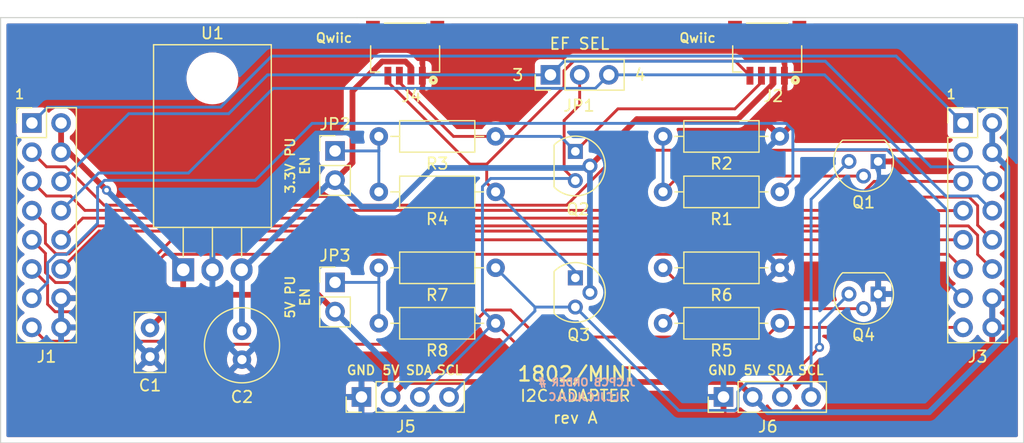
<source format=kicad_pcb>
(kicad_pcb (version 20211014) (generator pcbnew)
  (layers (0 "F.Cu" signal) (31 "B.Cu" signal) (34 "B.Paste" user) (35 "F.Paste" user) (36 "B.SilkS" user "B.Silkscreen") (37 "F.SilkS" user "F.Silkscreen") (38 "B.Mask" user) (39 "F.Mask" user) (44 "Edge.Cuts" user))
  (net 0 "")
  (net 1 "+5V")
  (net 2 "GND")
  (net 3 "+3.3V")
  (net 4 "/BUS0")
  (net 5 "/BUS1")
  (net 6 "/BUS2")
  (net 7 "EF3")
  (net 8 "/BUS3")
  (net 9 "EF4")
  (net 10 "/BUS4")
  (net 11 "SR")
  (net 12 "/BUS5")
  (net 13 "Q")
  (net 14 "/BUS6")
  (net 15 "/BUS7")
  (net 16 "SCL_LO")
  (net 17 "SDA_LO")
  (net 18 "SCL_HI")
  (net 19 "SDA_HI")
  (net 20 "Net-(JP2-Pad1)")
  (net 21 "Net-(JP3-Pad1)")
  (net 22 "Net-(Q1-Pad2)")
  (net 23 "Net-(Q4-Pad2)")
  (footprint "Package_TO_SOT_THT:TO-220-3_Horizontal_TabDown" (layer "F.Cu") (at 119.888 101.94)
    (fp_text reference "U1" (at 2.54 -20.58) (layer "F.SilkS"))
    (fp_text value "LM3940IT-3.3/NOPB")
    (fp_line (start 5.08 -3.69) (end 5.08 -1.15) (layer "F.SilkS") (width 0.12))
    (fp_line (start -2.58 -3.69) (end 7.66 -3.69) (layer "F.SilkS") (width 0.12))
    (fp_line (start 0 -3.69) (end 0 -1.15) (layer "F.SilkS") (width 0.12))
    (fp_line (start 2.54 -3.69) (end 2.54 -1.15) (layer "F.SilkS") (width 0.12))
    (fp_line (start -2.58 -19.58) (end -2.58 -3.69) (layer "F.SilkS") (width 0.12))
    (fp_line (start 7.66 -19.58) (end 7.66 -3.69) (layer "F.SilkS") (width 0.12))
    (fp_line (start -2.58 -19.58) (end 7.66 -19.58) (layer "F.SilkS") (width 0.12))
    (pad "" np_thru_hole oval (at 2.54 -16.66) (size 3.5 3.5) (drill 3.5) (layers *.Cu *.Mask))
    (pad "1" thru_hole rect (at 0 0) (size 1.905 2) (drill 1.1) (layers *.Cu *.Mask) (net 1 "+5V"))
    (pad "2" thru_hole oval (at 2.54 0) (size 1.905 2) (drill 1.1) (layers *.Cu *.Mask) (net 2 "GND"))
    (pad "3" thru_hole oval (at 5.08 0) (size 1.905 2) (drill 1.1) (layers *.Cu *.Mask) (net 3 "+3.3V"))
  )
  (footprint "Qwiic:JST_SM04B-SRSS-TB(LF)(SN)" (layer "F.Cu") (at 170.688 85.058 180)
    (fp_text reference "J2" (at -0.545095 -1.767685) (layer "F.SilkS") (effects (font (size 1.001173 1.001173))))
    (fp_text value "Qwiic")
    (fp_line (start -2.2 0.325) (end -3 0.325) (layer "F.SilkS") (width 0.127))
    (fp_line (start -1.8 4.575) (end 1.8 4.575) (layer "F.SilkS") (width 0.127))
    (fp_line (start -3 0.325) (end -3 2.6) (layer "F.SilkS") (width 0.127))
    (fp_line (start 2.2 0.325) (end 3 0.325) (layer "F.SilkS") (width 0.127))
    (fp_line (start 3 0.325) (end 3 2.6) (layer "F.SilkS") (width 0.127))
    (fp_circle (center -2.45 -0.385) (end -2.35 -0.385) (layer "F.SilkS") (width 0.3) (fill none))
    (pad "1" smd rect (at -1.5 0 180) (size 0.6 1.55) (layers "F.Cu" "F.Paste" "F.Mask") (net 2 "GND"))
    (pad "2" smd rect (at -0.5 0 180) (size 0.6 1.55) (layers "F.Cu" "F.Paste" "F.Mask") (net 3 "+3.3V"))
    (pad "3" smd rect (at 0.5 0 180) (size 0.6 1.55) (layers "F.Cu" "F.Paste" "F.Mask") (net 17 "SDA_LO"))
    (pad "4" smd rect (at 1.5 0 180) (size 0.6 1.55) (layers "F.Cu" "F.Paste" "F.Mask") (net 16 "SCL_LO"))
    (pad "S1" smd rect (at -2.8 3.875) (size 1.2 1.8) (layers "F.Cu" "F.Paste" "F.Mask") (net 2 "GND"))
    (pad "S2" smd rect (at 2.8 3.875) (size 1.2 1.8) (layers "F.Cu" "F.Paste" "F.Mask") (net 2 "GND"))
  )
  (footprint "Resistor_THT:R_Axial_DIN0207_L6.3mm_D2.5mm_P10.16mm_Horizontal" (layer "F.Cu") (at 147.066 95.16 180)
    (fp_text reference "R4" (at 5.08 -2.37) (layer "F.SilkS"))
    (fp_text value "10K")
    (fp_line (start 9.12 0) (end 8.35 0) (layer "F.SilkS") (width 0.12))
    (fp_line (start 1.81 -1.37) (end 1.81 1.37) (layer "F.SilkS") (width 0.12))
    (fp_line (start 1.81 1.37) (end 8.35 1.37) (layer "F.SilkS") (width 0.12))
    (fp_line (start 1.04 0) (end 1.81 0) (layer "F.SilkS") (width 0.12))
    (fp_line (start 8.35 1.37) (end 8.35 -1.37) (layer "F.SilkS") (width 0.12))
    (fp_line (start 8.35 -1.37) (end 1.81 -1.37) (layer "F.SilkS") (width 0.12))
    (pad "1" thru_hole circle (at 0 0 180) (size 1.6 1.6) (drill 0.8) (layers *.Cu *.Mask) (net 16 "SCL_LO"))
    (pad "2" thru_hole oval (at 10.16 0 180) (size 1.6 1.6) (drill 0.8) (layers *.Cu *.Mask) (net 20 "Net-(JP2-Pad1)"))
  )
  (footprint "Connector_PinHeader_2.54mm:PinHeader_1x02_P2.54mm_Vertical" (layer "F.Cu") (at 133.096 103.034)
    (fp_text reference "JP3" (at 0 -2.33) (layer "F.SilkS"))
    (fp_text value "PU_HI")
    (fp_line (start 1.33 1.27) (end 1.33 3.87) (layer "F.SilkS") (width 0.12))
    (fp_line (start -1.33 1.27) (end 1.33 1.27) (layer "F.SilkS") (width 0.12))
    (fp_line (start -1.33 1.27) (end -1.33 3.87) (layer "F.SilkS") (width 0.12))
    (fp_line (start -1.33 -1.33) (end 0 -1.33) (layer "F.SilkS") (width 0.12))
    (fp_line (start -1.33 0) (end -1.33 -1.33) (layer "F.SilkS") (width 0.12))
    (fp_line (start -1.33 3.87) (end 1.33 3.87) (layer "F.SilkS") (width 0.12))
    (pad "1" thru_hole rect (at 0 0) (size 1.7 1.7) (drill 1) (layers *.Cu *.Mask) (net 21 "Net-(JP3-Pad1)"))
    (pad "2" thru_hole oval (at 0 2.54) (size 1.7 1.7) (drill 1) (layers *.Cu *.Mask) (net 1 "+5V"))
  )
  (footprint "Resistor_THT:R_Axial_DIN0207_L6.3mm_D2.5mm_P10.16mm_Horizontal" (layer "F.Cu") (at 171.7887 106.59 180)
    (fp_text reference "R5" (at 5.08 -2.37) (layer "F.SilkS"))
    (fp_text value "1K")
    (fp_line (start 9.12 0) (end 8.35 0) (layer "F.SilkS") (width 0.12))
    (fp_line (start 8.35 1.37) (end 8.35 -1.37) (layer "F.SilkS") (width 0.12))
    (fp_line (start 1.04 0) (end 1.81 0) (layer "F.SilkS") (width 0.12))
    (fp_line (start 8.35 -1.37) (end 1.81 -1.37) (layer "F.SilkS") (width 0.12))
    (fp_line (start 1.81 1.37) (end 8.35 1.37) (layer "F.SilkS") (width 0.12))
    (fp_line (start 1.81 -1.37) (end 1.81 1.37) (layer "F.SilkS") (width 0.12))
    (pad "1" thru_hole circle (at 0 0 180) (size 1.6 1.6) (drill 0.8) (layers *.Cu *.Mask) (net 15 "/BUS7"))
    (pad "2" thru_hole oval (at 10.16 0 180) (size 1.6 1.6) (drill 0.8) (layers *.Cu *.Mask) (net 23 "Net-(Q4-Pad2)"))
  )
  (footprint "Package_TO_SOT_THT:TO-92" (layer "F.Cu") (at 180.34 104.05 180)
    (fp_text reference "Q4" (at 1.27 -3.56) (layer "F.SilkS"))
    (fp_text value "2N3904")
    (fp_line (start -0.53 1.85) (end 3.07 1.85) (layer "F.SilkS") (width 0.12))
    (fp_arc (start -0.568478 1.838478) (mid -1.132087 -0.994977) (end 1.27 -2.6) (layer "F.SilkS") (width 0.12))
    (fp_arc (start 1.27 -2.6) (mid 3.672087 -0.994977) (end 3.108478 1.838478) (layer "F.SilkS") (width 0.12))
    (pad "1" thru_hole rect (at 0 0 180) (size 1.3 1.3) (drill 0.75) (layers *.Cu *.Mask) (net 2 "GND"))
    (pad "2" thru_hole circle (at 1.27 -1.27 180) (size 1.3 1.3) (drill 0.75) (layers *.Cu *.Mask) (net 23 "Net-(Q4-Pad2)"))
    (pad "3" thru_hole circle (at 2.54 0 180) (size 1.3 1.3) (drill 0.75) (layers *.Cu *.Mask) (net 19 "SDA_HI"))
  )
  (footprint "Connector_PinHeader_2.54mm:PinHeader_2x08_P2.54mm_Vertical" (layer "F.Cu") (at 187.725 89.169)
    (fp_text reference "J3" (at 1.27 20.328751) (layer "F.SilkS"))
    (fp_text value "PORT2")
    (fp_line (start -1.33 -1.33) (end 0 -1.33) (layer "F.SilkS") (width 0.12))
    (fp_line (start -1.33 1.27) (end 1.27 1.27) (layer "F.SilkS") (width 0.12))
    (fp_line (start -1.33 19.11) (end 3.87 19.11) (layer "F.SilkS") (width 0.12))
    (fp_line (start -1.33 0) (end -1.33 -1.33) (layer "F.SilkS") (width 0.12))
    (fp_line (start 1.27 1.27) (end 1.27 -1.33) (layer "F.SilkS") (width 0.12))
    (fp_line (start 3.87 -1.33) (end 3.87 19.11) (layer "F.SilkS") (width 0.12))
    (fp_line (start -1.33 1.27) (end -1.33 19.11) (layer "F.SilkS") (width 0.12))
    (fp_line (start 1.27 -1.33) (end 3.87 -1.33) (layer "F.SilkS") (width 0.12))
    (pad "1" thru_hole rect (at 0 0) (size 1.7 1.7) (drill 1) (layers *.Cu *.Mask) (net 4 "/BUS0"))
    (pad "2" thru_hole oval (at 2.54 0) (size 1.7 1.7) (drill 1) (layers *.Cu *.Mask) (net 1 "+5V"))
    (pad "3" thru_hole oval (at 0 2.54) (size 1.7 1.7) (drill 1) (layers *.Cu *.Mask) (net 5 "/BUS1"))
    (pad "4" thru_hole oval (at 2.54 2.54) (size 1.7 1.7) (drill 1) (layers *.Cu *.Mask) (net 1 "+5V"))
    (pad "5" thru_hole oval (at 0 5.08) (size 1.7 1.7) (drill 1) (layers *.Cu *.Mask) (net 6 "/BUS2"))
    (pad "6" thru_hole oval (at 2.54 5.08) (size 1.7 1.7) (drill 1) (layers *.Cu *.Mask) (net 7 "EF3"))
    (pad "7" thru_hole oval (at 0 7.62) (size 1.7 1.7) (drill 1) (layers *.Cu *.Mask) (net 8 "/BUS3"))
    (pad "8" thru_hole oval (at 2.54 7.62) (size 1.7 1.7) (drill 1) (layers *.Cu *.Mask) (net 9 "EF4"))
    (pad "9" thru_hole oval (at 0 10.16) (size 1.7 1.7) (drill 1) (layers *.Cu *.Mask) (net 10 "/BUS4"))
    (pad "10" thru_hole oval (at 2.54 10.16) (size 1.7 1.7) (drill 1) (layers *.Cu *.Mask) (net 11 "SR"))
    (pad "11" thru_hole oval (at 0 12.7) (size 1.7 1.7) (drill 1) (layers *.Cu *.Mask) (net 12 "/BUS5"))
    (pad "12" thru_hole oval (at 2.54 12.7) (size 1.7 1.7) (drill 1) (layers *.Cu *.Mask) (net 13 "Q"))
    (pad "13" thru_hole oval (at 0 15.24) (size 1.7 1.7) (drill 1) (layers *.Cu *.Mask) (net 14 "/BUS6"))
    (pad "14" thru_hole oval (at 2.54 15.24) (size 1.7 1.7) (drill 1) (layers *.Cu *.Mask) (net 2 "GND"))
    (pad "15" thru_hole oval (at 0 17.78) (size 1.7 1.7) (drill 1) (layers *.Cu *.Mask) (net 15 "/BUS7"))
    (pad "16" thru_hole oval (at 2.54 17.78) (size 1.7 1.7) (drill 1) (layers *.Cu *.Mask) (net 2 "GND"))
  )
  (footprint "Connector_PinHeader_2.54mm:PinHeader_1x02_P2.54mm_Vertical" (layer "F.Cu") (at 133.096 91.599)
    (fp_text reference "JP2" (at 0 -2.33) (layer "F.SilkS"))
    (fp_text value "PU_LO")
    (fp_line (start 1.33 1.27) (end 1.33 3.87) (layer "F.SilkS") (width 0.12))
    (fp_line (start -1.33 3.87) (end 1.33 3.87) (layer "F.SilkS") (width 0.12))
    (fp_line (start -1.33 -1.33) (end 0 -1.33) (layer "F.SilkS") (width 0.12))
    (fp_line (start -1.33 1.27) (end -1.33 3.87) (layer "F.SilkS") (width 0.12))
    (fp_line (start -1.33 0) (end -1.33 -1.33) (layer "F.SilkS") (width 0.12))
    (fp_line (start -1.33 1.27) (end 1.33 1.27) (layer "F.SilkS") (width 0.12))
    (pad "1" thru_hole rect (at 0 0) (size 1.7 1.7) (drill 1) (layers *.Cu *.Mask) (net 20 "Net-(JP2-Pad1)"))
    (pad "2" thru_hole oval (at 0 2.54) (size 1.7 1.7) (drill 1) (layers *.Cu *.Mask) (net 3 "+3.3V"))
  )
  (footprint "Resistor_THT:R_Axial_DIN0207_L6.3mm_D2.5mm_P10.16mm_Horizontal" (layer "F.Cu") (at 171.7887 90.334 180)
    (fp_text reference "R2" (at 5.08 -2.37) (layer "F.SilkS"))
    (fp_text value "10K")
    (fp_line (start 1.81 1.37) (end 8.35 1.37) (layer "F.SilkS") (width 0.12))
    (fp_line (start 9.12 0) (end 8.35 0) (layer "F.SilkS") (width 0.12))
    (fp_line (start 8.35 -1.37) (end 1.81 -1.37) (layer "F.SilkS") (width 0.12))
    (fp_line (start 1.04 0) (end 1.81 0) (layer "F.SilkS") (width 0.12))
    (fp_line (start 8.35 1.37) (end 8.35 -1.37) (layer "F.SilkS") (width 0.12))
    (fp_line (start 1.81 -1.37) (end 1.81 1.37) (layer "F.SilkS") (width 0.12))
    (pad "1" thru_hole circle (at 0 0 180) (size 1.6 1.6) (drill 0.8) (layers *.Cu *.Mask) (net 2 "GND"))
    (pad "2" thru_hole oval (at 10.16 0 180) (size 1.6 1.6) (drill 0.8) (layers *.Cu *.Mask) (net 22 "Net-(Q1-Pad2)"))
  )
  (footprint "Resistor_THT:R_Axial_DIN0207_L6.3mm_D2.5mm_P10.16mm_Horizontal" (layer "F.Cu") (at 171.7887 95.16 180)
    (fp_text reference "R1" (at 5.08 -2.37) (layer "F.SilkS"))
    (fp_text value "1K")
    (fp_line (start 1.81 -1.37) (end 1.81 1.37) (layer "F.SilkS") (width 0.12))
    (fp_line (start 8.35 1.37) (end 8.35 -1.37) (layer "F.SilkS") (width 0.12))
    (fp_line (start 9.12 0) (end 8.35 0) (layer "F.SilkS") (width 0.12))
    (fp_line (start 1.81 1.37) (end 8.35 1.37) (layer "F.SilkS") (width 0.12))
    (fp_line (start 1.04 0) (end 1.81 0) (layer "F.SilkS") (width 0.12))
    (fp_line (start 8.35 -1.37) (end 1.81 -1.37) (layer "F.SilkS") (width 0.12))
    (pad "1" thru_hole circle (at 0 0 180) (size 1.6 1.6) (drill 0.8) (layers *.Cu *.Mask) (net 14 "/BUS6"))
    (pad "2" thru_hole oval (at 10.16 0 180) (size 1.6 1.6) (drill 0.8) (layers *.Cu *.Mask) (net 22 "Net-(Q1-Pad2)"))
  )
  (footprint "Capacitor_THT:C_Radial_D6.3mm_H11.0mm_P2.50mm" (layer "F.Cu") (at 125 107.2529 -90)
    (fp_text reference "C2" (at 5.7471 0) (layer "F.SilkS"))
    (fp_text value "47uF")
    (fp_circle (center 1.25 0) (end 4.52 0) (layer "F.SilkS") (width 0.12) (fill none))
    (pad "1" thru_hole circle (at 0 0 270) (size 1.6 1.6) (drill 0.8) (layers *.Cu *.Mask) (net 3 "+3.3V"))
    (pad "2" thru_hole circle (at 2.5 0 270) (size 1.6 1.6) (drill 0.8) (layers *.Cu *.Mask) (net 2 "GND"))
  )
  (footprint "Package_TO_SOT_THT:TO-92" (layer "F.Cu") (at 154 102.64 -90)
    (fp_text reference "Q3" (at 4.965614 -0.293329 -180) (layer "F.SilkS"))
    (fp_text value "TN0702")
    (fp_line (start -0.53 1.85) (end 3.07 1.85) (layer "F.SilkS") (width 0.12))
    (fp_arc (start 1.27 -2.6) (mid 3.672087 -0.994977) (end 3.108478 1.838478) (layer "F.SilkS") (width 0.12))
    (fp_arc (start -0.568478 1.838478) (mid -1.132087 -0.994977) (end 1.27 -2.6) (layer "F.SilkS") (width 0.12))
    (pad "1" thru_hole rect (at 0 0 270) (size 1.3 1.3) (drill 0.75) (layers *.Cu *.Mask) (net 16 "SCL_LO"))
    (pad "2" thru_hole circle (at 1.27 -1.27 270) (size 1.3 1.3) (drill 0.75) (layers *.Cu *.Mask) (net 3 "+3.3V"))
    (pad "3" thru_hole circle (at 2.54 0 270) (size 1.3 1.3) (drill 0.75) (layers *.Cu *.Mask) (net 18 "SCL_HI"))
  )
  (footprint "Resistor_THT:R_Axial_DIN0207_L6.3mm_D2.5mm_P10.16mm_Horizontal" (layer "F.Cu") (at 147.066 101.764 180)
    (fp_text reference "R7" (at 5.08 -2.37) (layer "F.SilkS"))
    (fp_text value "10K")
    (fp_line (start 1.81 1.37) (end 8.35 1.37) (layer "F.SilkS") (width 0.12))
    (fp_line (start 9.12 0) (end 8.35 0) (layer "F.SilkS") (width 0.12))
    (fp_line (start 1.81 -1.37) (end 1.81 1.37) (layer "F.SilkS") (width 0.12))
    (fp_line (start 1.04 0) (end 1.81 0) (layer "F.SilkS") (width 0.12))
    (fp_line (start 8.35 1.37) (end 8.35 -1.37) (layer "F.SilkS") (width 0.12))
    (fp_line (start 8.35 -1.37) (end 1.81 -1.37) (layer "F.SilkS") (width 0.12))
    (pad "1" thru_hole circle (at 0 0 180) (size 1.6 1.6) (drill 0.8) (layers *.Cu *.Mask) (net 18 "SCL_HI"))
    (pad "2" thru_hole oval (at 10.16 0 180) (size 1.6 1.6) (drill 0.8) (layers *.Cu *.Mask) (net 21 "Net-(JP3-Pad1)"))
  )
  (footprint "Connector_PinHeader_2.54mm:PinHeader_1x04_P2.54mm_Vertical" (layer "F.Cu") (at 135.392 113 90)
    (fp_text reference "J5" (at -2.58029 3.863995 180) (layer "F.SilkS"))
    (fp_text value "I2C_5V")
    (fp_line (start -1.33 1.27) (end -1.33 8.95) (layer "F.SilkS") (width 0.12))
    (fp_line (start -1.33 8.95) (end 1.33 8.95) (layer "F.SilkS") (width 0.12))
    (fp_line (start 1.33 1.27) (end 1.33 8.95) (layer "F.SilkS") (width 0.12))
    (fp_line (start -1.33 -1.33) (end 0 -1.33) (layer "F.SilkS") (width 0.12))
    (fp_line (start -1.33 1.27) (end 1.33 1.27) (layer "F.SilkS") (width 0.12))
    (fp_line (start -1.33 0) (end -1.33 -1.33) (layer "F.SilkS") (width 0.12))
    (pad "1" thru_hole rect (at 0 0 90) (size 1.7 1.7) (drill 1) (layers *.Cu *.Mask) (net 2 "GND"))
    (pad "2" thru_hole oval (at 0 2.54 90) (size 1.7 1.7) (drill 1) (layers *.Cu *.Mask) (net 1 "+5V"))
    (pad "3" thru_hole oval (at 0 5.08 90) (size 1.7 1.7) (drill 1) (layers *.Cu *.Mask) (net 19 "SDA_HI"))
    (pad "4" thru_hole oval (at 0 7.62 90) (size 1.7 1.7) (drill 1) (layers *.Cu *.Mask) (net 18 "SCL_HI"))
  )
  (footprint "Connector_PinHeader_2.54mm:PinHeader_2x08_P2.54mm_Vertical" (layer "F.Cu") (at 106.725 89.169)
    (fp_text reference "J1" (at 1.27 20.328751) (layer "F.SilkS"))
    (fp_text value "PORT1")
    (fp_line (start 1.27 -1.33) (end 3.87 -1.33) (layer "F.SilkS") (width 0.12))
    (fp_line (start -1.33 1.27) (end 1.27 1.27) (layer "F.SilkS") (width 0.12))
    (fp_line (start -1.33 -1.33) (end 0 -1.33) (layer "F.SilkS") (width 0.12))
    (fp_line (start 3.87 -1.33) (end 3.87 19.11) (layer "F.SilkS") (width 0.12))
    (fp_line (start -1.33 0) (end -1.33 -1.33) (layer "F.SilkS") (width 0.12))
    (fp_line (start -1.33 19.11) (end 3.87 19.11) (layer "F.SilkS") (width 0.12))
    (fp_line (start -1.33 1.27) (end -1.33 19.11) (layer "F.SilkS") (width 0.12))
    (fp_line (start 1.27 1.27) (end 1.27 -1.33) (layer "F.SilkS") (width 0.12))
    (pad "1" thru_hole rect (at 0 0) (size 1.7 1.7) (drill 1) (layers *.Cu *.Mask) (net 4 "/BUS0"))
    (pad "2" thru_hole oval (at 2.54 0) (size 1.7 1.7) (drill 1) (layers *.Cu *.Mask) (net 1 "+5V"))
    (pad "3" thru_hole oval (at 0 2.54) (size 1.7 1.7) (drill 1) (layers *.Cu *.Mask) (net 5 "/BUS1"))
    (pad "4" thru_hole oval (at 2.54 2.54) (size 1.7 1.7) (drill 1) (layers *.Cu *.Mask) (net 1 "+5V"))
    (pad "5" thru_hole oval (at 0 5.08) (size 1.7 1.7) (drill 1) (layers *.Cu *.Mask) (net 6 "/BUS2"))
    (pad "6" thru_hole oval (at 2.54 5.08) (size 1.7 1.7) (drill 1) (layers *.Cu *.Mask) (net 7 "EF3"))
    (pad "7" thru_hole oval (at 0 7.62) (size 1.7 1.7) (drill 1) (layers *.Cu *.Mask) (net 8 "/BUS3"))
    (pad "8" thru_hole oval (at 2.54 7.62) (size 1.7 1.7) (drill 1) (layers *.Cu *.Mask) (net 9 "EF4"))
    (pad "9" thru_hole oval (at 0 10.16) (size 1.7 1.7) (drill 1) (layers *.Cu *.Mask) (net 10 "/BUS4"))
    (pad "10" thru_hole oval (at 2.54 10.16) (size 1.7 1.7) (drill 1) (layers *.Cu *.Mask) (net 11 "SR"))
    (pad "11" thru_hole oval (at 0 12.7) (size 1.7 1.7) (drill 1) (layers *.Cu *.Mask) (net 12 "/BUS5"))
    (pad "12" thru_hole oval (at 2.54 12.7) (size 1.7 1.7) (drill 1) (layers *.Cu *.Mask) (net 13 "Q"))
    (pad "13" thru_hole oval (at 0 15.24) (size 1.7 1.7) (drill 1) (layers *.Cu *.Mask) (net 14 "/BUS6"))
    (pad "14" thru_hole oval (at 2.54 15.24) (size 1.7 1.7) (drill 1) (layers *.Cu *.Mask) (net 2 "GND"))
    (pad "15" thru_hole oval (at 0 17.78) (size 1.7 1.7) (drill 1) (layers *.Cu *.Mask) (net 15 "/BUS7"))
    (pad "16" thru_hole oval (at 2.54 17.78) (size 1.7 1.7) (drill 1) (layers *.Cu *.Mask) (net 2 "GND"))
  )
  (footprint "Capacitor_THT:C_Disc_D5.0mm_W2.5mm_P2.50mm" (layer "F.Cu") (at 117 107 -90)
    (fp_text reference "C1" (at 5 0) (layer "F.SilkS"))
    (fp_text value "0.47uF")
    (fp_line (start 3.87 -1.37) (end 3.87 1.37) (layer "F.SilkS") (width 0.12))
    (fp_line (start -1.37 1.37) (end 3.87 1.37) (layer "F.SilkS") (width 0.12))
    (fp_line (start -1.37 -1.37) (end 3.87 -1.37) (layer "F.SilkS") (width 0.12))
    (fp_line (start -1.37 -1.37) (end -1.37 1.37) (layer "F.SilkS") (width 0.12))
    (pad "1" thru_hole circle (at 0 0 270) (size 1.6 1.6) (drill 0.8) (layers *.Cu *.Mask) (net 1 "+5V"))
    (pad "2" thru_hole circle (at 2.5 0 270) (size 1.6 1.6) (drill 0.8) (layers *.Cu *.Mask) (net 2 "GND"))
  )
  (footprint "Resistor_THT:R_Axial_DIN0207_L6.3mm_D2.5mm_P10.16mm_Horizontal" (layer "F.Cu") (at 171.7887 101.764 180)
    (fp_text reference "R6" (at 5.08 -2.37) (layer "F.SilkS"))
    (fp_text value "10K")
    (fp_line (start 1.04 0) (end 1.81 0) (layer "F.SilkS") (width 0.12))
    (fp_line (start 1.81 -1.37) (end 1.81 1.37) (layer "F.SilkS") (width 0.12))
    (fp_line (start 8.35 1.37) (end 8.35 -1.37) (layer "F.SilkS") (width 0.12))
    (fp_line (start 9.12 0) (end 8.35 0) (layer "F.SilkS") (width 0.12))
    (fp_line (start 8.35 -1.37) (end 1.81 -1.37) (layer "F.SilkS") (width 0.12))
    (fp_line (start 1.81 1.37) (end 8.35 1.37) (layer "F.SilkS") (width 0.12))
    (pad "1" thru_hole circle (at 0 0 180) (size 1.6 1.6) (drill 0.8) (layers *.Cu *.Mask) (net 2 "GND"))
    (pad "2" thru_hole oval (at 10.16 0 180) (size 1.6 1.6) (drill 0.8) (layers *.Cu *.Mask) (net 23 "Net-(Q4-Pad2)"))
  )
  (footprint "Connector_PinHeader_2.54mm:PinHeader_1x04_P2.54mm_Vertical" (layer "F.Cu") (at 166.888 113 90)
    (fp_text reference "J6" (at -2.58029 3.854213 180) (layer "F.SilkS"))
    (fp_text value "I2C_5V")
    (fp_line (start -1.33 1.27) (end 1.33 1.27) (layer "F.SilkS") (width 0.12))
    (fp_line (start 1.33 1.27) (end 1.33 8.95) (layer "F.SilkS") (width 0.12))
    (fp_line (start -1.33 -1.33) (end 0 -1.33) (layer "F.SilkS") (width 0.12))
    (fp_line (start -1.33 1.27) (end -1.33 8.95) (layer "F.SilkS") (width 0.12))
    (fp_line (start -1.33 8.95) (end 1.33 8.95) (layer "F.SilkS") (width 0.12))
    (fp_line (start -1.33 0) (end -1.33 -1.33) (layer "F.SilkS") (width 0.12))
    (pad "1" thru_hole rect (at 0 0 90) (size 1.7 1.7) (drill 1) (layers *.Cu *.Mask) (net 2 "GND"))
    (pad "2" thru_hole oval (at 0 2.54 90) (size 1.7 1.7) (drill 1) (layers *.Cu *.Mask) (net 1 "+5V"))
    (pad "3" thru_hole oval (at 0 5.08 90) (size 1.7 1.7) (drill 1) (layers *.Cu *.Mask) (net 19 "SDA_HI"))
    (pad "4" thru_hole oval (at 0 7.62 90) (size 1.7 1.7) (drill 1) (layers *.Cu *.Mask) (net 18 "SCL_HI"))
  )
  (footprint "Resistor_THT:R_Axial_DIN0207_L6.3mm_D2.5mm_P10.16mm_Horizontal" (layer "F.Cu") (at 147.066 106.59 180)
    (fp_text reference "R8" (at 5.08 -2.37) (layer "F.SilkS"))
    (fp_text value "10K")
    (fp_line (start 1.81 -1.37) (end 1.81 1.37) (layer "F.SilkS") (width 0.12))
    (fp_line (start 8.35 1.37) (end 8.35 -1.37) (layer "F.SilkS") (width 0.12))
    (fp_line (start 8.35 -1.37) (end 1.81 -1.37) (layer "F.SilkS") (width 0.12))
    (fp_line (start 1.04 0) (end 1.81 0) (layer "F.SilkS") (width 0.12))
    (fp_line (start 9.12 0) (end 8.35 0) (layer "F.SilkS") (width 0.12))
    (fp_line (start 1.81 1.37) (end 8.35 1.37) (layer "F.SilkS") (width 0.12))
    (pad "1" thru_hole circle (at 0 0 180) (size 1.6 1.6) (drill 0.8) (layers *.Cu *.Mask) (net 19 "SDA_HI"))
    (pad "2" thru_hole oval (at 10.16 0 180) (size 1.6 1.6) (drill 0.8) (layers *.Cu *.Mask) (net 21 "Net-(JP3-Pad1)"))
  )
  (footprint "Qwiic:JST_SM04B-SRSS-TB(LF)(SN)" (layer "F.Cu") (at 139.192 85.058 180)
    (fp_text reference "J4" (at -0.545095 -1.767685) (layer "F.SilkS") (effects (font (size 1.001173 1.001173))))
    (fp_text value "Qwiic")
    (fp_line (start 3 0.325) (end 3 2.6) (layer "F.SilkS") (width 0.127))
    (fp_line (start -2.2 0.325) (end -3 0.325) (layer "F.SilkS") (width 0.127))
    (fp_line (start -3 0.325) (end -3 2.6) (layer "F.SilkS") (width 0.127))
    (fp_line (start -1.8 4.575) (end 1.8 4.575) (layer "F.SilkS") (width 0.127))
    (fp_line (start 2.2 0.325) (end 3 0.325) (layer "F.SilkS") (width 0.127))
    (fp_circle (center -2.45 -0.385) (end -2.35 -0.385) (layer "F.SilkS") (width 0.3) (fill none))
    (pad "1" smd rect (at -1.5 0 180) (size 0.6 1.55) (layers "F.Cu" "F.Paste" "F.Mask") (net 2 "GND"))
    (pad "2" smd rect (at -0.5 0 180) (size 0.6 1.55) (layers "F.Cu" "F.Paste" "F.Mask") (net 3 "+3.3V"))
    (pad "3" smd rect (at 0.5 0 180) (size 0.6 1.55) (layers "F.Cu" "F.Paste" "F.Mask") (net 17 "SDA_LO"))
    (pad "4" smd rect (at 1.5 0 180) (size 0.6 1.55) (layers "F.Cu" "F.Paste" "F.Mask") (net 16 "SCL_LO"))
    (pad "S1" smd rect (at -2.8 3.875) (size 1.2 1.8) (layers "F.Cu" "F.Paste" "F.Mask") (net 2 "GND"))
    (pad "S2" smd rect (at 2.8 3.875) (size 1.2 1.8) (layers "F.Cu" "F.Paste" "F.Mask") (net 2 "GND"))
  )
  (footprint "Connector_PinHeader_2.54mm:PinHeader_1x03_P2.54mm_Vertical" (layer "F.Cu") (at 151.835 84.9797 90)
    (fp_text reference "JP1" (at -2.683787 2.482232) (layer "F.SilkS"))
    (fp_text value "EF LINE")
    (fp_line (start 1.33 1.27) (end 1.33 6.41) (layer "F.SilkS") (width 0.12))
    (fp_line (start -1.33 1.27) (end -1.33 6.41) (layer "F.SilkS") (width 0.12))
    (fp_line (start -1.33 6.41) (end 1.33 6.41) (layer "F.SilkS") (width 0.12))
    (fp_line (start -1.33 0) (end -1.33 -1.33) (layer "F.SilkS") (width 0.12))
    (fp_line (start -1.33 1.27) (end 1.33 1.27) (layer "F.SilkS") (width 0.12))
    (fp_line (start -1.33 -1.33) (end 0 -1.33) (layer "F.SilkS") (width 0.12))
    (pad "1" thru_hole rect (at 0 0 90) (size 1.7 1.7) (drill 1) (layers *.Cu *.Mask) (net 7 "EF3"))
    (pad "2" thru_hole oval (at 0 2.54 90) (size 1.7 1.7) (drill 1) (layers *.Cu *.Mask) (net 19 "SDA_HI"))
    (pad "3" thru_hole oval (at 0 5.08 90) (size 1.7 1.7) (drill 1) (layers *.Cu *.Mask) (net 9 "EF4"))
  )
  (footprint "Package_TO_SOT_THT:TO-92" (layer "F.Cu") (at 154 91.64 -90)
    (fp_text reference "Q2" (at 5.034809 -0.224581 -180) (layer "F.SilkS"))
    (fp_text value "TN0702")
    (fp_line (start -0.53 1.85) (end 3.07 1.85) (layer "F.SilkS") (width 0.12))
    (fp_arc (start -0.568478 1.838478) (mid -1.132087 -0.994977) (end 1.27 -2.6) (layer "F.SilkS") (width 0.12))
    (fp_arc (start 1.27 -2.6) (mid 3.672087 -0.994977) (end 3.108478 1.838478) (layer "F.SilkS") (width 0.12))
    (pad "1" thru_hole rect (at 0 0 270) (size 1.3 1.3) (drill 0.75) (layers *.Cu *.Mask) (net 17 "SDA_LO"))
    (pad "2" thru_hole circle (at 1.27 -1.27 270) (size 1.3 1.3) (drill 0.75) (layers *.Cu *.Mask) (net 3 "+3.3V"))
    (pad "3" thru_hole circle (at 2.54 0 270) (size 1.3 1.3) (drill 0.75) (layers *.Cu *.Mask) (net 19 "SDA_HI"))
  )
  (footprint "Resistor_THT:R_Axial_DIN0207_L6.3mm_D2.5mm_P10.16mm_Horizontal" (layer "F.Cu") (at 147.066 90.334 180)
    (fp_text reference "R3" (at 5.08 -2.37) (layer "F.SilkS"))
    (fp_text value "10K")
    (fp_line (start 8.35 1.37) (end 8.35 -1.37) (layer "F.SilkS") (width 0.12))
    (fp_line (start 1.81 1.37) (end 8.35 1.37) (layer "F.SilkS") (width 0.12))
    (fp_line (start 1.81 -1.37) (end 1.81 1.37) (layer "F.SilkS") (width 0.12))
    (fp_line (start 9.12 0) (end 8.35 0) (layer "F.SilkS") (width 0.12))
    (fp_line (start 8.35 -1.37) (end 1.81 -1.37) (layer "F.SilkS") (width 0.12))
    (fp_line (start 1.04 0) (end 1.81 0) (layer "F.SilkS") (width 0.12))
    (pad "1" thru_hole circle (at 0 0 180) (size 1.6 1.6) (drill 0.8) (layers *.Cu *.Mask) (net 17 "SDA_LO"))
    (pad "2" thru_hole oval (at 10.16 0 180) (size 1.6 1.6) (drill 0.8) (layers *.Cu *.Mask) (net 20 "Net-(JP2-Pad1)"))
  )
  (footprint "Package_TO_SOT_THT:TO-92" (layer "F.Cu") (at 180.34 92.514 180)
    (fp_text reference "Q1" (at 1.27 -3.56) (layer "F.SilkS"))
    (fp_text value "2N3904")
    (fp_line (start -0.53 1.85) (end 3.07 1.85) (layer "F.SilkS") (width 0.12))
    (fp_arc (start -0.568478 1.838478) (mid -1.132087 -0.994977) (end 1.27 -2.6) (layer "F.SilkS") (width 0.12))
    (fp_arc (start 1.27 -2.6) (mid 3.672087 -0.994977) (end 3.108478 1.838478) (layer "F.SilkS") (width 0.12))
    (pad "1" thru_hole rect (at 0 0 180) (size 1.3 1.3) (drill 0.75) (layers *.Cu *.Mask) (net 2 "GND"))
    (pad "2" thru_hole circle (at 1.27 -1.27 180) (size 1.3 1.3) (drill 0.75) (layers *.Cu *.Mask) (net 22 "Net-(Q1-Pad2)"))
    (pad "3" thru_hole circle (at 2.54 0 180) (size 1.3 1.3) (drill 0.75) (layers *.Cu *.Mask) (net 18 "SCL_HI"))
  )
  (gr_line (start 104 117) (end 104 80) (layer "Edge.Cuts") (width 0.1))
  (gr_line (start 135 80) (end 193 80) (layer "Edge.Cuts") (width 0.1))
  (gr_line (start 104 80) (end 135 80) (layer "Edge.Cuts") (width 0.1))
  (gr_line (start 193 80) (end 193 117) (layer "Edge.Cuts") (width 0.1))
  (gr_line (start 193 117) (end 104 117) (layer "Edge.Cuts") (width 0.1))
  (gr_text "JLCJLCJLCJLC" (at 155 113) (layer "B.SilkS") (effects (font (size 0.64516 0.64516)) (justify mirror)))
  (gr_text "JLCPCB ORDER #" (at 155 111.73) (layer "B.SilkS") (effects (font (size 0.64516 0.64516)) (justify mirror)))
  (gr_text "1" (at 186.7 86.67) (layer "F.SilkS") (effects (font (size 0.8 0.8))))
  (gr_text "GND" (at 166.78175 110.675257) (layer "F.SilkS") (effects (font (size 0.8 0.8))))
  (gr_text "GND" (at 135.355744 110.675257) (layer "F.SilkS") (effects (font (size 0.8 0.8))))
  (gr_text "Qwiic" (at 133 81.771527) (layer "F.SilkS") (effects (font (size 0.8 0.8))))
  (gr_text "5V PU\nEN" (at 129.837628 104.309 90) (layer "F.SilkS") (effects (font (size 0.8 0.8))))
  (gr_text "SCL" (at 174.481437 110.675257) (layer "F.SilkS") (effects (font (size 0.8 0.8))))
  (gr_text "I2C ADAPTER" (at 154 112.905) (layer "F.SilkS") (effects (font (size 1 1))))
  (gr_text "SCL" (at 143.055431 110.675257) (layer "F.SilkS") (effects (font (size 0.8 0.8))))
  (gr_text "3.3V PU\nEN" (at 129.837628 92.874001 90) (layer "F.SilkS") (effects (font (size 0.8 0.8))))
  (gr_text "1" (at 105.66 86.67) (layer "F.SilkS") (effects (font (size 0.8 0.8))))
  (gr_text "SDA" (at 171.823212 110.675257) (layer "F.SilkS") (effects (font (size 0.8 0.8))))
  (gr_text "5V" (at 169.378867 110.675257) (layer "F.SilkS") (effects (font (size 0.8 0.8))))
  (gr_text "5V" (at 137.952861 110.675257) (layer "F.SilkS") (effects (font (size 0.8 0.8))))
  (gr_text "3" (at 149 85) (layer "F.SilkS") (effects (font (size 1 1))))
  (gr_text "Qwiic" (at 164.627672 81.771527) (layer "F.SilkS") (effects (font (size 0.8 0.8))))
  (gr_text "1802/MINI" (at 154 111) (layer "F.SilkS") (effects (font (size 1.254 1.254) (thickness 0.2))))
  (gr_text "EF SEL" (at 154.36 82.275673) (layer "F.SilkS") (effects (font (size 1 1))))
  (gr_text "SDA" (at 140.397206 110.675257) (layer "F.SilkS") (effects (font (size 0.8 0.8))))
  (gr_text "rev A" (at 154 114.81) (layer "F.SilkS") (effects (font (size 1 1))))
  (gr_text "4" (at 159.632042 84.97973) (layer "F.SilkS") (effects (font (size 1 1))))
  (segment (start 139.2324 111.6996) (end 168.1276 111.6996) (width 0.5) (layer "F.Cu") (net 1))
  (segment (start 109.9165 91.709) (end 109.265 91.709) (width 0.5) (layer "F.Cu") (net 1))
  (segment (start 131.634 104.112) (end 133.096 105.574) (width 0.5) (layer "F.Cu") (net 1))
  (segment (start 109.265 91.709) (end 109.265 89.169) (width 0.5) (layer "F.Cu") (net 1))
  (segment (start 168.1276 111.6996) (end 169.428 113) (width 0.5) (layer "F.Cu") (net 1))
  (segment (start 137.932 113) (end 139.2324 111.6996) (width 0.5) (layer "F.Cu") (net 1))
  (segment (start 113.2183 95.0108) (end 109.9165 91.709) (width 0.5) (layer "F.Cu") (net 1))
  (segment (start 119.888 104.112) (end 131.634 104.112) (width 0.5) (layer "F.Cu") (net 1))
  (segment (start 119.888 104.112) (end 119.888 101.94) (width 0.5) (layer "F.Cu") (net 1))
  (segment (start 117 107) (end 119.888 104.112) (width 0.5) (layer "F.Cu") (net 1))
  (via (at 113.2183 95.0108) (size 0.8) (drill 0.4) (layers "F.Cu" "B.Cu") (net 1))
  (segment (start 137.932 110.41) (end 133.096 105.574) (width 0.5) (layer "B.Cu") (net 1))
  (segment (start 184.774 114.3273) (end 170.7553 114.3273) (width 0.5) (layer "B.Cu") (net 1))
  (segment (start 191.5761 93.0201) (end 191.5761 107.5252) (width 0.5) (layer "B.Cu") (net 1))
  (segment (start 190.265 91.709) (end 191.5761 93.0201) (width 0.5) (layer "B.Cu") (net 1))
  (segment (start 119.888 101.94) (end 119.888 101.6805) (width 0.5) (layer "B.Cu") (net 1))
  (segment (start 190.265 91.709) (end 190.265 89.169) (width 0.5) (layer "B.Cu") (net 1))
  (segment (start 119.888 101.6805) (end 113.2183 95.0108) (width 0.5) (layer "B.Cu") (net 1))
  (segment (start 137.932 113) (end 137.932 110.41) (width 0.5) (layer "B.Cu") (net 1))
  (segment (start 191.5761 107.5252) (end 184.774 114.3273) (width 0.5) (layer "B.Cu") (net 1))
  (segment (start 170.7553 114.3273) (end 169.428 113) (width 0.5) (layer "B.Cu") (net 1))
  (segment (start 134.6136 92.6214) (end 133.096 94.139) (width 0.5) (layer "F.Cu") (net 3))
  (segment (start 137.1929 83.8239) (end 134.6136 86.4032) (width 0.5) (layer "F.Cu") (net 3))
  (segment (start 139.692 84.2921) (end 139.2238 83.8239) (width 0.5) (layer "F.Cu") (net 3))
  (segment (start 134.6136 86.4032) (end 134.6136 92.6214) (width 0.5) (layer "F.Cu") (net 3))
  (segment (start 168.1348 88.834) (end 171.188 85.7808) (width 0.5) (layer "F.Cu") (net 3))
  (segment (start 139.2238 83.8239) (end 137.1929 83.8239) (width 0.5) (layer "F.Cu") (net 3))
  (segment (start 139.692 85.058) (end 139.692 84.2921) (width 0.5) (layer "F.Cu") (net 3))
  (segment (start 159.346 88.834) (end 168.1348 88.834) (width 0.5) (layer "F.Cu") (net 3))
  (segment (start 171.188 85.7808) (end 171.188 85.058) (width 0.5) (layer "F.Cu") (net 3))
  (segment (start 155.27 92.91) (end 159.346 88.834) (width 0.5) (layer "F.Cu") (net 3))
  (segment (start 155.27 93.0796) (end 141.5642 93.0796) (width 0.5) (layer "B.Cu") (net 3))
  (segment (start 135.4102 96.4532) (end 133.096 94.139) (width 0.5) (layer "B.Cu") (net 3))
  (segment (start 155.27 93.0796) (end 155.27 92.91) (width 0.5) (layer "B.Cu") (net 3))
  (segment (start 125 101.94) (end 124.968 101.94) (width 0.5) (layer "B.Cu") (net 3))
  (segment (start 141.5642 93.0796) (end 138.1906 96.4532) (width 0.5) (layer "B.Cu") (net 3))
  (segment (start 132.801 94.139) (end 125 101.94) (width 0.5) (layer "B.Cu") (net 3))
  (segment (start 138.1906 96.4532) (end 135.4102 96.4532) (width 0.5) (layer "B.Cu") (net 3))
  (segment (start 133.096 94.139) (end 132.801 94.139) (width 0.5) (layer "B.Cu") (net 3))
  (segment (start 155.27 103.91) (end 155.27 93.0796) (width 0.5) (layer "B.Cu") (net 3))
  (segment (start 125 101.94) (end 125 107.2529) (width 0.5) (layer "B.Cu") (net 3))
  (segment (start 123.138 87.7915) (end 127.5811 83.3484) (width 0.25) (layer "B.Cu") (net 4))
  (segment (start 106.725 89.169) (end 108.1025 87.7915) (width 0.25) (layer "B.Cu") (net 4))
  (segment (start 127.5811 83.3484) (end 181.9044 83.3484) (width 0.25) (layer "B.Cu") (net 4))
  (segment (start 108.1025 87.7915) (end 123.138 87.7915) (width 0.25) (layer "B.Cu") (net 4))
  (segment (start 181.9044 83.3484) (end 187.725 89.169) (width 0.25) (layer "B.Cu") (net 4))
  (segment (start 153.2403 96.3192) (end 158.0209 91.5386) (width 0.25) (layer "F.Cu") (net 5))
  (segment (start 113.0054 96.3192) (end 153.2403 96.3192) (width 0.25) (layer "F.Cu") (net 5))
  (segment (start 158.0209 91.5386) (end 187.5546 91.5386) (width 0.25) (layer "F.Cu") (net 5))
  (segment (start 107.995 92.979) (end 109.6652 92.979) (width 0.25) (layer "F.Cu") (net 5))
  (segment (start 187.5546 91.5386) (end 187.725 91.709) (width 0.25) (layer "F.Cu") (net 5))
  (segment (start 106.725 91.709) (end 107.995 92.979) (width 0.25) (layer "F.Cu") (net 5))
  (segment (start 109.6652 92.979) (end 113.0054 96.3192) (width 0.25) (layer "F.Cu") (net 5))
  (segment (start 107.995 95.519) (end 106.725 94.249) (width 0.25) (layer "F.Cu") (net 6))
  (segment (start 111.3327 96.7696) (end 110.0821 95.519) (width 0.25) (layer "F.Cu") (net 6))
  (segment (start 179.9845 94.249) (end 177.4639 96.7696) (width 0.25) (layer "F.Cu") (net 6))
  (segment (start 187.725 94.249) (end 179.9845 94.249) (width 0.25) (layer "F.Cu") (net 6))
  (segment (start 110.0821 95.519) (end 107.995 95.519) (width 0.25) (layer "F.Cu") (net 6))
  (segment (start 177.4639 96.7696) (end 111.3327 96.7696) (width 0.25) (layer "F.Cu") (net 6))
  (segment (start 123.8437 88.3595) (end 127.2235 84.9797) (width 0.25) (layer "B.Cu") (net 7))
  (segment (start 127.2235 84.9797) (end 151.835 84.9797) (width 0.25) (layer "B.Cu") (net 7))
  (segment (start 151.835 84.9797) (end 153.0159 83.7988) (width 0.25) (layer "B.Cu") (net 7))
  (segment (start 175.7449 83.7988) (end 184.9251 92.979) (width 0.25) (layer "B.Cu") (net 7))
  (segment (start 109.265 94.249) (end 115.1545 88.3595) (width 0.25) (layer "B.Cu") (net 7))
  (segment (start 153.0159 83.7988) (end 175.7449 83.7988) (width 0.25) (layer "B.Cu") (net 7))
  (segment (start 115.1545 88.3595) (end 123.8437 88.3595) (width 0.25) (layer "B.Cu") (net 7))
  (segment (start 188.995 92.979) (end 190.265 94.249) (width 0.25) (layer "B.Cu") (net 7))
  (segment (start 184.9251 92.979) (end 188.995 92.979) (width 0.25) (layer "B.Cu") (net 7))
  (segment (start 109.9528 100.5443) (end 112.3766 98.1205) (width 0.25) (layer "F.Cu") (net 8))
  (segment (start 108.8109 100.5443) (end 109.9528 100.5443) (width 0.25) (layer "F.Cu") (net 8))
  (segment (start 179.646 96.789) (end 187.725 96.789) (width 0.25) (layer "F.Cu") (net 8))
  (segment (start 107.9004 99.6338) (end 108.8109 100.5443) (width 0.25) (layer "F.Cu") (net 8))
  (segment (start 106.725 96.789) (end 107.9004 97.9644) (width 0.25) (layer "F.Cu") (net 8))
  (segment (start 112.3766 98.1205) (end 178.3145 98.1205) (width 0.25) (layer "F.Cu") (net 8))
  (segment (start 178.3145 98.1205) (end 179.646 96.789) (width 0.25) (layer "F.Cu") (net 8))
  (segment (start 107.9004 97.9644) (end 107.9004 99.6338) (width 0.25) (layer "F.Cu") (net 8))
  (segment (start 175.6825 84.9797) (end 156.915 84.9797) (width 0.25) (layer "B.Cu") (net 9))
  (segment (start 156.915 84.9797) (end 155.7396 86.1551) (width 0.25) (layer "B.Cu") (net 9))
  (segment (start 190.265 96.789) (end 188.995 95.519) (width 0.25) (layer "B.Cu") (net 9))
  (segment (start 127.7095 86.1551) (end 120.3445 93.5201) (width 0.25) (layer "B.Cu") (net 9))
  (segment (start 155.7396 86.1551) (end 127.7095 86.1551) (width 0.25) (layer "B.Cu") (net 9))
  (segment (start 186.2218 95.519) (end 175.6825 84.9797) (width 0.25) (layer "B.Cu") (net 9))
  (segment (start 112.5339 93.5201) (end 109.265 96.789) (width 0.25) (layer "B.Cu") (net 9))
  (segment (start 188.995 95.519) (end 186.2218 95.519) (width 0.25) (layer "B.Cu") (net 9))
  (segment (start 120.3445 93.5201) (end 112.5339 93.5201) (width 0.25) (layer "B.Cu") (net 9))
  (segment (start 107.9016 102.178) (end 108.7692 103.0456) (width 0.25) (layer "F.Cu") (net 10))
  (segment (start 118.8977 99.329) (end 187.725 99.329) (width 0.25) (layer "F.Cu") (net 10))
  (segment (start 107.9016 100.5056) (end 107.9016 102.178) (width 0.25) (layer "F.Cu") (net 10))
  (segment (start 106.725 99.329) (end 107.9016 100.5056) (width 0.25) (layer "F.Cu") (net 10))
  (segment (start 108.7692 103.0456) (end 115.1811 103.0456) (width 0.25) (layer "F.Cu") (net 10))
  (segment (start 115.1811 103.0456) (end 118.8977 99.329) (width 0.25) (layer "F.Cu") (net 10))
  (segment (start 109.265 99.329) (end 111.1489 97.4451) (width 0.25) (layer "F.Cu") (net 11))
  (segment (start 188.2506 95.6136) (end 188.995 96.358) (width 0.25) (layer "F.Cu") (net 11))
  (segment (start 111.1489 97.4451) (end 178.1277 97.4451) (width 0.25) (layer "F.Cu") (net 11))
  (segment (start 178.1277 97.4451) (end 179.9592 95.6136) (width 0.25) (layer "F.Cu") (net 11))
  (segment (start 179.9592 95.6136) (end 188.2506 95.6136) (width 0.25) (layer "F.Cu") (net 11))
  (segment (start 188.995 98.059) (end 190.265 99.329) (width 0.25) (layer "F.Cu") (net 11))
  (segment (start 188.995 96.358) (end 188.995 98.059) (width 0.25) (layer "F.Cu") (net 11))
  (segment (start 108.0896 103.2336) (end 108.0896 104.9346) (width 0.25) (layer "F.Cu") (net 12))
  (segment (start 106.725 101.869) (end 108.0896 103.2336) (width 0.25) (layer "F.Cu") (net 12))
  (segment (start 118.2952 100.5897) (end 186.4457 100.5897) (width 0.25) (layer "F.Cu") (net 12))
  (segment (start 108.7409 105.5859) (end 113.299 105.5859) (width 0.25) (layer "F.Cu") (net 12))
  (segment (start 186.4457 100.5897) (end 187.725 101.869) (width 0.25) (layer "F.Cu") (net 12))
  (segment (start 113.299 105.5859) (end 118.2952 100.5897) (width 0.25) (layer "F.Cu") (net 12))
  (segment (start 108.0896 104.9346) (end 108.7409 105.5859) (width 0.25) (layer "F.Cu") (net 12))
  (segment (start 188.995 98.9326) (end 188.995 100.599) (width 0.25) (layer "F.Cu") (net 13))
  (segment (start 178.9514 98.1205) (end 188.1829 98.1205) (width 0.25) (layer "F.Cu") (net 13))
  (segment (start 112.5632 98.5708) (end 178.5011 98.5708) (width 0.25) (layer "F.Cu") (net 13))
  (segment (start 109.265 101.869) (end 112.5632 98.5708) (width 0.25) (layer "F.Cu") (net 13))
  (segment (start 188.995 100.599) (end 190.265 101.869) (width 0.25) (layer "F.Cu") (net 13))
  (segment (start 178.5011 98.5708) (end 178.9514 98.1205) (width 0.25) (layer "F.Cu") (net 13))
  (segment (start 188.1829 98.1205) (end 188.995 98.9326) (width 0.25) (layer "F.Cu") (net 13))
  (segment (start 113.0412 94.1571) (end 126.1468 94.1571) (width 0.25) (layer "B.Cu") (net 14))
  (segment (start 186.3604 103.0444) (end 187.725 104.409) (width 0.25) (layer "B.Cu") (net 14))
  (segment (start 172.9243 91.4891) (end 181.0964 91.4891) (width 0.25) (layer "B.Cu") (net 14))
  (segment (start 172.9243 89.7946) (end 172.9243 91.4891) (width 0.25) (layer "B.Cu") (net 14))
  (segment (start 186.3604 96.7531) (end 186.3604 103.0444) (width 0.25) (layer "B.Cu") (net 14))
  (segment (start 112.4365 94.7618) (end 113.0412 94.1571) (width 0.25) (layer "B.Cu") (net 14))
  (segment (start 172.9243 91.4891) (end 172.9243 94.0244) (width 0.25) (layer "B.Cu") (net 14))
  (segment (start 172.9243 94.0244) (end 171.7887 95.16) (width 0.25) (layer "B.Cu") (net 14))
  (segment (start 108.0896 101.3434) (end 108.834 100.599) (width 0.25) (layer "B.Cu") (net 14))
  (segment (start 106.725 104.409) (end 108.0896 103.0444) (width 0.25) (layer "B.Cu") (net 14))
  (segment (start 108.834 100.599) (end 109.7376 100.599) (width 0.25) (layer "B.Cu") (net 14))
  (segment (start 181.0964 91.4891) (end 186.3604 96.7531) (width 0.25) (layer "B.Cu") (net 14))
  (segment (start 126.1468 94.1571) (end 131.103 89.2009) (width 0.25) (layer "B.Cu") (net 14))
  (segment (start 112.4365 97.9001) (end 112.4365 94.7618) (width 0.25) (layer "B.Cu") (net 14))
  (segment (start 108.0896 103.0444) (end 108.0896 101.3434) (width 0.25) (layer "B.Cu") (net 14))
  (segment (start 109.7376 100.599) (end 112.4365 97.9001) (width 0.25) (layer "B.Cu") (net 14))
  (segment (start 172.3306 89.2009) (end 172.9243 89.7946) (width 0.25) (layer "B.Cu") (net 14))
  (segment (start 131.103 89.2009) (end 172.3306 89.2009) (width 0.25) (layer "B.Cu") (net 14))
  (segment (start 123.4735 108.4154) (end 143.2836 108.4154) (width 0.25) (layer "F.Cu") (net 15))
  (segment (start 123.211 108.1529) (end 123.4735 108.4154) (width 0.25) (layer "F.Cu") (net 15))
  (segment (start 172.1477 106.949) (end 171.7887 106.59) (width 0.25) (layer "F.Cu") (net 15))
  (segment (start 107.9289 108.1529) (end 123.211 108.1529) (width 0.25) (layer "F.Cu") (net 15))
  (segment (start 143.2836 108.4154) (end 146.264 105.435) (width 0.25) (layer "F.Cu") (net 15))
  (segment (start 150.7232 107.7864) (end 170.5923 107.7864) (width 0.25) (layer "F.Cu") (net 15))
  (segment (start 187.725 106.949) (end 172.1477 106.949) (width 0.25) (layer "F.Cu") (net 15))
  (segment (start 146.264 105.435) (end 148.3718 105.435) (width 0.25) (layer "F.Cu") (net 15))
  (segment (start 170.5923 107.7864) (end 171.7887 106.59) (width 0.25) (layer "F.Cu") (net 15))
  (segment (start 148.3718 105.435) (end 150.7232 107.7864) (width 0.25) (layer "F.Cu") (net 15))
  (segment (start 106.725 106.949) (end 107.9289 108.1529) (width 0.25) (layer "F.Cu") (net 15))
  (segment (start 167.9031 83.7731) (end 153.862 83.7731) (width 0.25) (layer "F.Cu") (net 16))
  (segment (start 146.2894 94.3834) (end 147.066 95.16) (width 0.25) (layer "F.Cu") (net 16))
  (segment (start 137.692 85.604) (end 137.692 85.058) (width 0.25) (layer "F.Cu") (net 16))
  (segment (start 144.835 92.747) (end 137.692 85.604) (width 0.25) (layer "F.Cu") (net 16))
  (segment (start 146.2894 92.747) (end 144.835 92.747) (width 0.25) (layer "F.Cu") (net 16))
  (segment (start 153.0104 84.6247) (end 153.0104 86.026) (width 0.25) (layer "F.Cu") (net 16))
  (segment (start 153.862 83.7731) (end 153.0104 84.6247) (width 0.25) (layer "F.Cu") (net 16))
  (segment (start 153.0104 86.026) (end 146.2894 92.747) (width 0.25) (layer "F.Cu") (net 16))
  (segment (start 169.188 85.058) (end 167.9031 83.7731) (width 0.25) (layer "F.Cu") (net 16))
  (segment (start 146.2894 92.747) (end 146.2894 94.3834) (width 0.25) (layer "F.Cu") (net 16))
  (segment (start 154 102.094) (end 154 102.64) (width 0.25) (layer "B.Cu") (net 16))
  (segment (start 147.066 95.16) (end 154 102.094) (width 0.25) (layer "B.Cu") (net 16))
  (segment (start 147.066 90.334) (end 143.3998 90.334) (width 0.25) (layer "F.Cu") (net 17))
  (segment (start 167.8773 87.9369) (end 170.188 85.6262) (width 0.25) (layer "F.Cu") (net 17))
  (segment (start 143.3998 90.334) (end 138.692 85.6262) (width 0.25) (layer "F.Cu") (net 17))
  (segment (start 157.7031 87.9369) (end 167.8773 87.9369) (width 0.25) (layer "F.Cu") (net 17))
  (segment (start 170.188 85.6262) (end 170.188 85.058) (width 0.25) (layer "F.Cu") (net 17))
  (segment (start 154 91.64) (end 157.7031 87.9369) (width 0.25) (layer "F.Cu") (net 17))
  (segment (start 138.692 85.6262) (end 138.692 85.058) (width 0.25) (layer "F.Cu") (net 17))
  (segment (start 147.066 90.334) (end 152.694 90.334) (width 0.25) (layer "B.Cu") (net 17))
  (segment (start 152.694 90.334) (end 154 91.64) (width 0.25) (layer "B.Cu") (net 17))
  (segment (start 168.9203 111.7807) (end 168.1457 112.5553) (width 0.25) (layer "B.Cu") (net 18))
  (segment (start 177.8 92.514) (end 174.508 95.806) (width 0.25) (layer "B.Cu") (net 18))
  (segment (start 150.482 105.18) (end 154 105.18) (width 0.25) (layer "B.Cu") (net 18))
  (segment (start 143.012 113) (end 150.482 105.53) (width 0.25) (layer "B.Cu") (net 18))
  (segment (start 168.1457 113.9133) (end 167.8836 114.1754) (width 0.25) (layer "B.Cu") (net 18))
  (segment (start 150.482 105.53) (end 150.482 105.18) (width 0.25) (layer "B.Cu") (net 18))
  (segment (start 147.066 101.764) (end 150.482 105.18) (width 0.25) (layer "B.Cu") (net 18))
  (segment (start 167.8836 114.1754) (end 162.9954 114.1754) (width 0.25) (layer "B.Cu") (net 18))
  (segment (start 168.1457 112.5553) (end 168.1457 113.9133) (width 0.25) (layer "B.Cu") (net 18))
  (segment (start 174.508 111.7807) (end 174.508 113) (width 0.25) (layer "B.Cu") (net 18))
  (segment (start 174.508 111.7807) (end 168.9203 111.7807) (width 0.25) (layer "B.Cu") (net 18))
  (segment (start 162.9954 114.1754) (end 154 105.18) (width 0.25) (layer "B.Cu") (net 18))
  (segment (start 174.508 95.806) (end 174.508 111.7807) (width 0.25) (layer "B.Cu") (net 18))
  (segment (start 170.4793 110.4626) (end 171.968 111.9513) (width 0.25) (layer "F.Cu") (net 19))
  (segment (start 175.2366 108.6827) (end 171.968 111.9513) (width 0.25) (layer "F.Cu") (net 19))
  (segment (start 171.968 111.9513) (end 171.968 113) (width 0.25) (layer "F.Cu") (net 19))
  (segment (start 150.9386 110.4626) (end 170.4793 110.4626) (width 0.25) (layer "F.Cu") (net 19))
  (segment (start 147.066 106.59) (end 150.9386 110.4626) (width 0.25) (layer "F.Cu") (net 19))
  (segment (start 153.0246 93.2046) (end 153.0246 88.9426) (width 0.25) (layer "F.Cu") (net 19))
  (segment (start 154 94.18) (end 153.0246 93.2046) (width 0.25) (layer "F.Cu") (net 19))
  (segment (start 154.375 87.5922) (end 154.375 84.9797) (width 0.25) (layer "F.Cu") (net 19))
  (segment (start 153.0246 88.9426) (end 154.375 87.5922) (width 0.25) (layer "F.Cu") (net 19))
  (via (at 175.2366 108.6827) (size 0.8) (drill 0.4) (layers "F.Cu" "B.Cu") (net 19))
  (segment (start 145.9184 94.7094) (end 145.9184 105.4424) (width 0.25) (layer "B.Cu") (net 19))
  (segment (start 175.2366 106.6134) (end 175.2366 108.6827) (width 0.25) (layer "B.Cu") (net 19))
  (segment (start 146.974 106.498) (end 140.472 113) (width 0.25) (layer "B.Cu") (net 19))
  (segment (start 153.8146 93.9946) (end 146.6332 93.9946) (width 0.25) (layer "B.Cu") (net 19))
  (segment (start 146.6332 93.9946) (end 145.9184 94.7094) (width 0.25) (layer "B.Cu") (net 19))
  (segment (start 154 94.18) (end 153.8146 93.9946) (width 0.25) (layer "B.Cu") (net 19))
  (segment (start 145.9184 105.4424) (end 146.974 106.498) (width 0.25) (layer "B.Cu") (net 19))
  (segment (start 177.8 104.05) (end 175.2366 106.6134) (width 0.25) (layer "B.Cu") (net 19))
  (segment (start 146.974 106.498) (end 147.066 106.59) (width 0.25) (layer "B.Cu") (net 19))
  (segment (start 136.906 91.599) (end 133.096 91.599) (width 0.25) (layer "B.Cu") (net 20))
  (segment (start 136.906 90.334) (end 136.906 91.599) (width 0.25) (layer "B.Cu") (net 20))
  (segment (start 136.906 91.599) (end 136.906 95.16) (width 0.25) (layer "B.Cu") (net 20))
  (segment (start 136.906 106.59) (end 136.906 103.034) (width 0.25) (layer "B.Cu") (net 21))
  (segment (start 136.906 103.034) (end 136.906 101.764) (width 0.25) (layer "B.Cu") (net 21))
  (segment (start 136.906 103.034) (end 133.096 103.034) (width 0.25) (layer "B.Cu") (net 21))
  (segment (start 179.07 93.784) (end 163.0047 93.784) (width 0.25) (layer "F.Cu") (net 22))
  (segment (start 163.0047 93.784) (end 161.6287 95.16) (width 0.25) (layer "F.Cu") (net 22))
  (segment (start 161.6287 95.16) (end 161.6287 90.334) (width 0.25) (layer "B.Cu") (net 22))
  (segment (start 162.8987 105.32) (end 179.07 105.32) (width 0.25) (layer "F.Cu") (net 23))
  (segment (start 161.6287 106.59) (end 162.8987 105.32) (width 0.25) (layer "F.Cu") (net 23))
  (segment (start 162.8987 103.034) (end 162.8987 105.32) (width 0.25) (layer "F.Cu") (net 23))
  (segment (start 161.6287 101.764) (end 162.8987 103.034) (width 0.25) (layer "F.Cu") (net 23))
  (zone (net 2) (net_name "GND") (layer "F.Cu") (connect_pads (clearance 0.508)) (min_thickness 0.254) (fill yes (thermal_gap 0.508) (thermal_bridge_width 0.508))
    (polygon (pts (xy 193 117) (xy 104 117) (xy 104 80) (xy 193 80)))
  )
  (zone (net 2) (net_name "GND") (layer "B.Cu") (connect_pads (clearance 0.508)) (min_thickness 0.254) (fill yes (thermal_gap 0.508) (thermal_bridge_width 0.508))
    (polygon (pts (xy 193 117) (xy 104 117) (xy 104 80) (xy 193 80)))
  )
)
</source>
